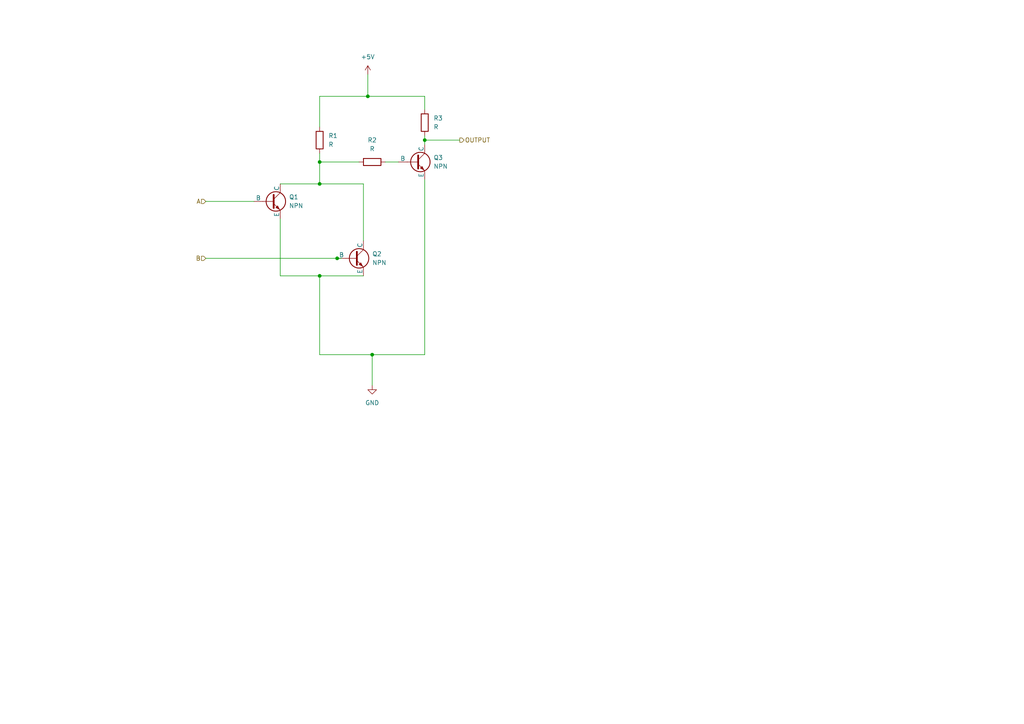
<source format=kicad_sch>
(kicad_sch (version 20230121) (generator eeschema)
  (paper "A4")
  (lib_symbols
    (symbol "Device:R" (pin_numbers hide) (pin_names (offset 0))
      (property "Reference" "R" (at 2.032 0 90))
      (property "Value" "R" (at 0 0 90))
      (symbol "R_0_1"
        (rectangle (start -1.016 -2.54) (end 1.016 2.54) (stroke (width 0.254)))
      )
      (symbol "R_1_1"
        (pin passive line (at 0 3.81 270) (length 1.27) (name "~") (number "1"))
        (pin passive line (at 0 -3.81 90) (length 1.27) (name "~") (number "2"))
      )
    )
    (symbol "Simulation_SPICE:NPN" (pin_numbers hide) (pin_names (offset 0))
      (property "Reference" "Q" (at -2.54 7.62 0))
      (property "Value" "NPN" (at -2.54 5.08 0))
      (symbol "NPN_0_1"
        (polyline (pts (xy -2.54 0) (xy 0.635 0)) (stroke (width 0.1524)))
        (polyline (pts (xy 0.635 0.635) (xy 2.54 2.54)))
        (polyline (pts (xy 2.794 -1.27) (xy 2.794 -1.27)) (stroke (width 0.1524)))
        (polyline (pts (xy 2.794 -1.27) (xy 2.794 -1.27)) (stroke (width 0.1524)))
        (polyline (pts (xy 0.635 -0.635) (xy 2.54 -2.54) (xy 2.54 -2.54)))
        (polyline (pts (xy 0.635 1.905) (xy 0.635 -1.905) (xy 0.635 -1.905)) (stroke (width 0.508)))
        (polyline (pts (xy 1.27 -1.778) (xy 1.778 -1.27) (xy 2.286 -2.286) (xy 1.27 -1.778) (xy 1.27 -1.778)) (fill (type outline)))
        (circle (center 1.27 0) (radius 2.8194) (stroke (width 0.254)))
      )
      (symbol "NPN_1_1"
        (pin open_collector line (at 2.54 5.08 270) (length 2.54) (name "C") (number "1"))
        (pin input line (at -5.08 0 0) (length 2.54) (name "B") (number "2"))
        (pin open_emitter line (at 2.54 -5.08 90) (length 2.54) (name "E") (number "3"))
      )
    )
    (symbol "power:+5V" (power) (pin_names (offset 0))
      (property "Value" "+5V" (at 0 3.556 0))
      (symbol "+5V_0_1"
        (polyline (pts (xy -0.762 1.27) (xy 0 2.54)))
        (polyline (pts (xy 0 0) (xy 0 2.54)))
        (polyline (pts (xy 0 2.54) (xy 0.762 1.27)))
      )
      (symbol "+5V_1_1"
        (pin power_in line (at 0 0 90) (length 0) hide (name "+5V") (number "1"))
      )
    )
    (symbol "power:GND" (power) (pin_names (offset 0))
      (property "Value" "GND" (at 0 -3.81 0))
      (symbol "GND_0_1"
        (polyline (pts (xy 0 0) (xy 0 -1.27) (xy 1.27 -1.27) (xy 0 -2.54) (xy -1.27 -1.27) (xy 0 -1.27)))
      )
      (symbol "GND_1_1"
        (pin power_in line (at 0 0 270) (length 0) hide (name "GND") (number "1"))
      )
    )
  )
  (junction (at 106.68 27.94))
  (junction (at 92.71 46.99))
  (junction (at 97.79 74.93))
  (junction (at 92.71 53.34))
  (junction (at 123.19 40.64))
  (junction (at 92.71 80.01))
  (junction (at 107.95 102.87))
  (wire (pts (xy 59.69 74.93) (xy 97.79 74.93)))
  (wire (pts (xy 92.71 44.45) (xy 92.71 46.99)))
  (wire (pts (xy 105.41 80.01) (xy 92.71 80.01)))
  (wire (pts (xy 97.79 74.93) (xy 99.06 74.93)))
  (wire (pts (xy 81.28 63.5) (xy 81.28 80.01)))
  (wire (pts (xy 92.71 27.94) (xy 92.71 36.83)))
  (wire (pts (xy 81.28 53.34) (xy 92.71 53.34)))
  (wire (pts (xy 106.68 27.94) (xy 123.19 27.94)))
  (wire (pts (xy 81.28 80.01) (xy 92.71 80.01)))
  (wire (pts (xy 107.95 102.87) (xy 123.19 102.87)))
  (wire (pts (xy 105.41 53.34) (xy 105.41 69.85)))
  (wire (pts (xy 107.95 102.87) (xy 107.95 111.76)))
  (wire (pts (xy 123.19 27.94) (xy 123.19 31.75)))
  (wire (pts (xy 92.71 46.99) (xy 104.14 46.99)))
  (wire (pts (xy 111.76 46.99) (xy 115.57 46.99)))
  (wire (pts (xy 92.71 102.87) (xy 107.95 102.87)))
  (wire (pts (xy 123.19 40.64) (xy 133.35 40.64)))
  (wire (pts (xy 92.71 46.99) (xy 92.71 53.34)))
  (wire (pts (xy 123.19 40.64) (xy 123.19 41.91)))
  (wire (pts (xy 92.71 80.01) (xy 92.71 102.87)))
  (wire (pts (xy 106.68 21.59) (xy 106.68 27.94)))
  (wire (pts (xy 123.19 102.87) (xy 123.19 52.07)))
  (wire (pts (xy 92.71 27.94) (xy 106.68 27.94)))
  (wire (pts (xy 59.69 58.42) (xy 73.66 58.42)))
  (wire (pts (xy 123.19 39.37) (xy 123.19 40.64)))
  (wire (pts (xy 92.71 53.34) (xy 105.41 53.34)))
  (hierarchical_label "A" (shape input) (at 59.69 58.42 180))
  (hierarchical_label "B" (shape input) (at 59.69 74.93 180))
  (hierarchical_label "OUTPUT" (shape output) (at 133.35 40.64 0))
  (symbol (lib_id "Device:R") (at 123.19 35.56 0) (unit 1)
    (property "Reference" "R3" (at 125.73 34.29 0) (effects (justify left)))
    (property "Value" "R" (at 125.73 36.83 0) (effects (justify left)))
    (instances (project "half-adder" (path "" (reference "R3") (unit 1)) (path "" (reference "R10") (unit 1)) (path "" (reference "R3") (unit 1))))
  )
  (symbol (lib_id "Device:R") (at 92.71 40.64 0) (unit 1)
    (property "Reference" "R1" (at 95.25 39.37 0) (effects (justify left)))
    (property "Value" "R" (at 95.25 41.91 0) (effects (justify left)))
    (instances (project "half-adder" (path "" (reference "R1") (unit 1)) (path "" (reference "R8") (unit 1)) (path "" (reference "R1") (unit 1))))
  )
  (symbol (lib_id "Device:R") (at 107.95 46.99 90) (unit 1)
    (property "Reference" "R2" (at 107.95 40.64 90))
    (property "Value" "R" (at 107.95 43.18 90))
    (instances (project "half-adder" (path "" (reference "R2") (unit 1)) (path "" (reference "R9") (unit 1)) (path "" (reference "R2") (unit 1))))
  )
  (symbol (lib_id "Simulation_SPICE:NPN") (at 78.74 58.42 0) (unit 1)
    (property "Reference" "Q1" (at 83.82 57.15 0) (effects (justify left)))
    (property "Value" "NPN" (at 83.82 59.69 0) (effects (justify left)))
    (property "Sim.Device" "NPN" (effects hide))
    (property "Sim.Type" "GUMMELPOON" (effects hide))
    (property "Sim.Pins" "1=C 2=B 3=E" (effects hide))
    (instances (project "half-adder" (path "" (reference "Q1") (unit 1)) (path "" (reference "Q9") (unit 1)) (path "" (reference "Q1") (unit 1))))
  )
  (symbol (lib_id "Simulation_SPICE:NPN") (at 120.65 46.99 0) (unit 1)
    (property "Reference" "Q3" (at 125.73 45.72 0) (effects (justify left)))
    (property "Value" "NPN" (at 125.73 48.26 0) (effects (justify left)))
    (property "Sim.Device" "NPN" (effects hide))
    (property "Sim.Type" "GUMMELPOON" (effects hide))
    (property "Sim.Pins" "1=C 2=B 3=E" (effects hide))
    (instances (project "half-adder" (path "" (reference "Q3") (unit 1)) (path "" (reference "Q11") (unit 1)) (path "" (reference "Q3") (unit 1))))
  )
  (symbol (lib_id "power:GND") (at 107.95 111.76 0) (unit 1)
    (property "Reference" "#PWR02" (effects hide))
    (property "Value" "GND" (at 107.95 116.84 0))
    (instances (project "half-adder" (path "" (reference "#PWR02") (unit 1)) (path "" (reference "#PWR012") (unit 1)) (path "" (reference "#PWR0104") (unit 1))))
  )
  (symbol (lib_id "power:+5V") (at 106.68 21.59 0) (unit 1)
    (property "Reference" "#PWR04" (effects hide))
    (property "Value" "+5V" (at 106.68 16.51 0))
    (instances (project "half-adder" (path "" (reference "#PWR04") (unit 1)) (path "" (reference "#PWR011") (unit 1)) (path "" (reference "#PWR0103") (unit 1))))
  )
  (symbol (lib_id "Simulation_SPICE:NPN") (at 102.87 74.93 0) (unit 1)
    (property "Reference" "Q2" (at 107.95 73.66 0) (effects (justify left)))
    (property "Value" "NPN" (at 107.95 76.2 0) (effects (justify left)))
    (property "Sim.Device" "NPN" (effects hide))
    (property "Sim.Type" "GUMMELPOON" (effects hide))
    (property "Sim.Pins" "1=C 2=B 3=E" (effects hide))
    (instances (project "half-adder" (path "" (reference "Q2") (unit 1)) (path "" (reference "Q10") (unit 1)) (path "" (reference "Q2") (unit 1))))
  )
)
</source>
